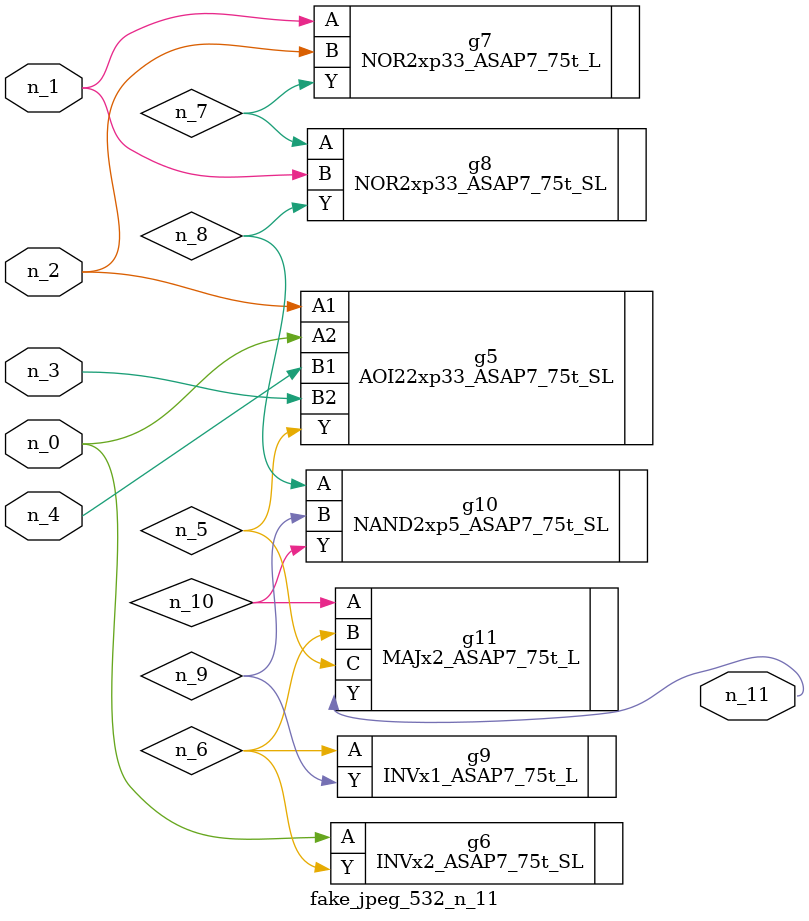
<source format=v>
module fake_jpeg_532_n_11 (n_3, n_2, n_1, n_0, n_4, n_11);

input n_3;
input n_2;
input n_1;
input n_0;
input n_4;

output n_11;

wire n_10;
wire n_8;
wire n_9;
wire n_6;
wire n_5;
wire n_7;

AOI22xp33_ASAP7_75t_SL g5 ( 
.A1(n_2),
.A2(n_0),
.B1(n_4),
.B2(n_3),
.Y(n_5)
);

INVx2_ASAP7_75t_SL g6 ( 
.A(n_0),
.Y(n_6)
);

NOR2xp33_ASAP7_75t_L g7 ( 
.A(n_1),
.B(n_2),
.Y(n_7)
);

NOR2xp33_ASAP7_75t_SL g8 ( 
.A(n_7),
.B(n_1),
.Y(n_8)
);

NAND2xp5_ASAP7_75t_SL g10 ( 
.A(n_8),
.B(n_9),
.Y(n_10)
);

INVx1_ASAP7_75t_L g9 ( 
.A(n_6),
.Y(n_9)
);

MAJx2_ASAP7_75t_L g11 ( 
.A(n_10),
.B(n_6),
.C(n_5),
.Y(n_11)
);


endmodule
</source>
